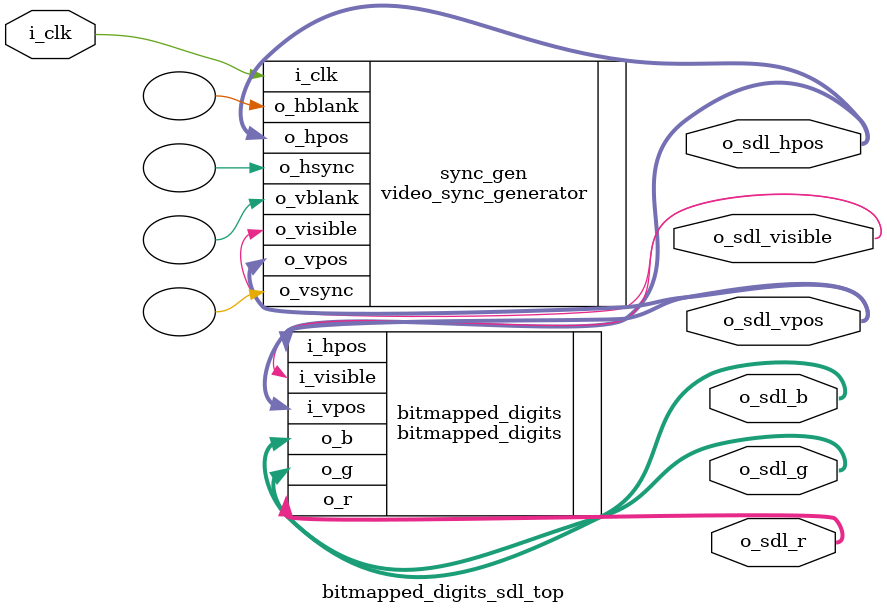
<source format=v>
`default_nettype none

module bitmapped_digits_sdl_top (
  input wire          i_clk,
  output wire [9:0]   o_sdl_hpos,
  output wire [9:0]   o_sdl_vpos,
  output wire         o_sdl_visible,
  output wire [7:0]   o_sdl_r,
  output wire [7:0]   o_sdl_g,
  output wire [7:0]   o_sdl_b
);
  
  video_sync_generator sync_gen (
    .i_clk(i_clk),
    .o_hsync(),
    .o_hblank(),
    .o_vsync(),
    .o_vblank(),
    .o_hpos(o_sdl_hpos),
    .o_vpos(o_sdl_vpos),
    .o_visible(o_sdl_visible)
  );

  bitmapped_digits bitmapped_digits (
    .i_hpos(o_sdl_hpos),
    .i_vpos(o_sdl_vpos),
    .i_visible(o_sdl_visible),
    .o_r(o_sdl_r),
    .o_g(o_sdl_g),
    .o_b(o_sdl_b)
  );

endmodule

</source>
